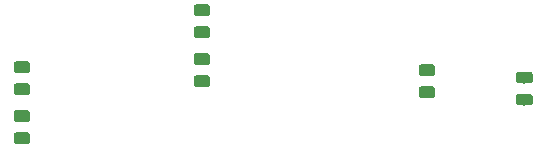
<source format=gbr>
G04 #@! TF.GenerationSoftware,KiCad,Pcbnew,5.1.4-e60b266~84~ubuntu19.04.1*
G04 #@! TF.CreationDate,2019-10-12T12:41:06-05:00*
G04 #@! TF.ProjectId,current sensor board,63757272-656e-4742-9073-656e736f7220,rev?*
G04 #@! TF.SameCoordinates,Original*
G04 #@! TF.FileFunction,Paste,Bot*
G04 #@! TF.FilePolarity,Positive*
%FSLAX46Y46*%
G04 Gerber Fmt 4.6, Leading zero omitted, Abs format (unit mm)*
G04 Created by KiCad (PCBNEW 5.1.4-e60b266~84~ubuntu19.04.1) date 2019-10-12 12:41:06*
%MOMM*%
%LPD*%
G04 APERTURE LIST*
%ADD10C,0.100000*%
%ADD11C,0.975000*%
G04 APERTURE END LIST*
D10*
G36*
X99540142Y-73252174D02*
G01*
X99563803Y-73255684D01*
X99587007Y-73261496D01*
X99609529Y-73269554D01*
X99631153Y-73279782D01*
X99651670Y-73292079D01*
X99670883Y-73306329D01*
X99688607Y-73322393D01*
X99704671Y-73340117D01*
X99718921Y-73359330D01*
X99731218Y-73379847D01*
X99741446Y-73401471D01*
X99749504Y-73423993D01*
X99755316Y-73447197D01*
X99758826Y-73470858D01*
X99760000Y-73494750D01*
X99760000Y-73982250D01*
X99758826Y-74006142D01*
X99755316Y-74029803D01*
X99749504Y-74053007D01*
X99741446Y-74075529D01*
X99731218Y-74097153D01*
X99718921Y-74117670D01*
X99704671Y-74136883D01*
X99688607Y-74154607D01*
X99670883Y-74170671D01*
X99651670Y-74184921D01*
X99631153Y-74197218D01*
X99609529Y-74207446D01*
X99587007Y-74215504D01*
X99563803Y-74221316D01*
X99540142Y-74224826D01*
X99516250Y-74226000D01*
X98603750Y-74226000D01*
X98579858Y-74224826D01*
X98556197Y-74221316D01*
X98532993Y-74215504D01*
X98510471Y-74207446D01*
X98488847Y-74197218D01*
X98468330Y-74184921D01*
X98449117Y-74170671D01*
X98431393Y-74154607D01*
X98415329Y-74136883D01*
X98401079Y-74117670D01*
X98388782Y-74097153D01*
X98378554Y-74075529D01*
X98370496Y-74053007D01*
X98364684Y-74029803D01*
X98361174Y-74006142D01*
X98360000Y-73982250D01*
X98360000Y-73494750D01*
X98361174Y-73470858D01*
X98364684Y-73447197D01*
X98370496Y-73423993D01*
X98378554Y-73401471D01*
X98388782Y-73379847D01*
X98401079Y-73359330D01*
X98415329Y-73340117D01*
X98431393Y-73322393D01*
X98449117Y-73306329D01*
X98468330Y-73292079D01*
X98488847Y-73279782D01*
X98510471Y-73269554D01*
X98532993Y-73261496D01*
X98556197Y-73255684D01*
X98579858Y-73252174D01*
X98603750Y-73251000D01*
X99516250Y-73251000D01*
X99540142Y-73252174D01*
X99540142Y-73252174D01*
G37*
D11*
X99060000Y-73738500D03*
D10*
G36*
X99540142Y-75127174D02*
G01*
X99563803Y-75130684D01*
X99587007Y-75136496D01*
X99609529Y-75144554D01*
X99631153Y-75154782D01*
X99651670Y-75167079D01*
X99670883Y-75181329D01*
X99688607Y-75197393D01*
X99704671Y-75215117D01*
X99718921Y-75234330D01*
X99731218Y-75254847D01*
X99741446Y-75276471D01*
X99749504Y-75298993D01*
X99755316Y-75322197D01*
X99758826Y-75345858D01*
X99760000Y-75369750D01*
X99760000Y-75857250D01*
X99758826Y-75881142D01*
X99755316Y-75904803D01*
X99749504Y-75928007D01*
X99741446Y-75950529D01*
X99731218Y-75972153D01*
X99718921Y-75992670D01*
X99704671Y-76011883D01*
X99688607Y-76029607D01*
X99670883Y-76045671D01*
X99651670Y-76059921D01*
X99631153Y-76072218D01*
X99609529Y-76082446D01*
X99587007Y-76090504D01*
X99563803Y-76096316D01*
X99540142Y-76099826D01*
X99516250Y-76101000D01*
X98603750Y-76101000D01*
X98579858Y-76099826D01*
X98556197Y-76096316D01*
X98532993Y-76090504D01*
X98510471Y-76082446D01*
X98488847Y-76072218D01*
X98468330Y-76059921D01*
X98449117Y-76045671D01*
X98431393Y-76029607D01*
X98415329Y-76011883D01*
X98401079Y-75992670D01*
X98388782Y-75972153D01*
X98378554Y-75950529D01*
X98370496Y-75928007D01*
X98364684Y-75904803D01*
X98361174Y-75881142D01*
X98360000Y-75857250D01*
X98360000Y-75369750D01*
X98361174Y-75345858D01*
X98364684Y-75322197D01*
X98370496Y-75298993D01*
X98378554Y-75276471D01*
X98388782Y-75254847D01*
X98401079Y-75234330D01*
X98415329Y-75215117D01*
X98431393Y-75197393D01*
X98449117Y-75181329D01*
X98468330Y-75167079D01*
X98488847Y-75154782D01*
X98510471Y-75144554D01*
X98532993Y-75136496D01*
X98556197Y-75130684D01*
X98579858Y-75127174D01*
X98603750Y-75126000D01*
X99516250Y-75126000D01*
X99540142Y-75127174D01*
X99540142Y-75127174D01*
G37*
D11*
X99060000Y-75613500D03*
D10*
G36*
X114780142Y-70301174D02*
G01*
X114803803Y-70304684D01*
X114827007Y-70310496D01*
X114849529Y-70318554D01*
X114871153Y-70328782D01*
X114891670Y-70341079D01*
X114910883Y-70355329D01*
X114928607Y-70371393D01*
X114944671Y-70389117D01*
X114958921Y-70408330D01*
X114971218Y-70428847D01*
X114981446Y-70450471D01*
X114989504Y-70472993D01*
X114995316Y-70496197D01*
X114998826Y-70519858D01*
X115000000Y-70543750D01*
X115000000Y-71031250D01*
X114998826Y-71055142D01*
X114995316Y-71078803D01*
X114989504Y-71102007D01*
X114981446Y-71124529D01*
X114971218Y-71146153D01*
X114958921Y-71166670D01*
X114944671Y-71185883D01*
X114928607Y-71203607D01*
X114910883Y-71219671D01*
X114891670Y-71233921D01*
X114871153Y-71246218D01*
X114849529Y-71256446D01*
X114827007Y-71264504D01*
X114803803Y-71270316D01*
X114780142Y-71273826D01*
X114756250Y-71275000D01*
X113843750Y-71275000D01*
X113819858Y-71273826D01*
X113796197Y-71270316D01*
X113772993Y-71264504D01*
X113750471Y-71256446D01*
X113728847Y-71246218D01*
X113708330Y-71233921D01*
X113689117Y-71219671D01*
X113671393Y-71203607D01*
X113655329Y-71185883D01*
X113641079Y-71166670D01*
X113628782Y-71146153D01*
X113618554Y-71124529D01*
X113610496Y-71102007D01*
X113604684Y-71078803D01*
X113601174Y-71055142D01*
X113600000Y-71031250D01*
X113600000Y-70543750D01*
X113601174Y-70519858D01*
X113604684Y-70496197D01*
X113610496Y-70472993D01*
X113618554Y-70450471D01*
X113628782Y-70428847D01*
X113641079Y-70408330D01*
X113655329Y-70389117D01*
X113671393Y-70371393D01*
X113689117Y-70355329D01*
X113708330Y-70341079D01*
X113728847Y-70328782D01*
X113750471Y-70318554D01*
X113772993Y-70310496D01*
X113796197Y-70304684D01*
X113819858Y-70301174D01*
X113843750Y-70300000D01*
X114756250Y-70300000D01*
X114780142Y-70301174D01*
X114780142Y-70301174D01*
G37*
D11*
X114300000Y-70787500D03*
D10*
G36*
X114780142Y-68426174D02*
G01*
X114803803Y-68429684D01*
X114827007Y-68435496D01*
X114849529Y-68443554D01*
X114871153Y-68453782D01*
X114891670Y-68466079D01*
X114910883Y-68480329D01*
X114928607Y-68496393D01*
X114944671Y-68514117D01*
X114958921Y-68533330D01*
X114971218Y-68553847D01*
X114981446Y-68575471D01*
X114989504Y-68597993D01*
X114995316Y-68621197D01*
X114998826Y-68644858D01*
X115000000Y-68668750D01*
X115000000Y-69156250D01*
X114998826Y-69180142D01*
X114995316Y-69203803D01*
X114989504Y-69227007D01*
X114981446Y-69249529D01*
X114971218Y-69271153D01*
X114958921Y-69291670D01*
X114944671Y-69310883D01*
X114928607Y-69328607D01*
X114910883Y-69344671D01*
X114891670Y-69358921D01*
X114871153Y-69371218D01*
X114849529Y-69381446D01*
X114827007Y-69389504D01*
X114803803Y-69395316D01*
X114780142Y-69398826D01*
X114756250Y-69400000D01*
X113843750Y-69400000D01*
X113819858Y-69398826D01*
X113796197Y-69395316D01*
X113772993Y-69389504D01*
X113750471Y-69381446D01*
X113728847Y-69371218D01*
X113708330Y-69358921D01*
X113689117Y-69344671D01*
X113671393Y-69328607D01*
X113655329Y-69310883D01*
X113641079Y-69291670D01*
X113628782Y-69271153D01*
X113618554Y-69249529D01*
X113610496Y-69227007D01*
X113604684Y-69203803D01*
X113601174Y-69180142D01*
X113600000Y-69156250D01*
X113600000Y-68668750D01*
X113601174Y-68644858D01*
X113604684Y-68621197D01*
X113610496Y-68597993D01*
X113618554Y-68575471D01*
X113628782Y-68553847D01*
X113641079Y-68533330D01*
X113655329Y-68514117D01*
X113671393Y-68496393D01*
X113689117Y-68480329D01*
X113708330Y-68466079D01*
X113728847Y-68453782D01*
X113750471Y-68443554D01*
X113772993Y-68435496D01*
X113796197Y-68429684D01*
X113819858Y-68426174D01*
X113843750Y-68425000D01*
X114756250Y-68425000D01*
X114780142Y-68426174D01*
X114780142Y-68426174D01*
G37*
D11*
X114300000Y-68912500D03*
D10*
G36*
X99540142Y-79269674D02*
G01*
X99563803Y-79273184D01*
X99587007Y-79278996D01*
X99609529Y-79287054D01*
X99631153Y-79297282D01*
X99651670Y-79309579D01*
X99670883Y-79323829D01*
X99688607Y-79339893D01*
X99704671Y-79357617D01*
X99718921Y-79376830D01*
X99731218Y-79397347D01*
X99741446Y-79418971D01*
X99749504Y-79441493D01*
X99755316Y-79464697D01*
X99758826Y-79488358D01*
X99760000Y-79512250D01*
X99760000Y-79999750D01*
X99758826Y-80023642D01*
X99755316Y-80047303D01*
X99749504Y-80070507D01*
X99741446Y-80093029D01*
X99731218Y-80114653D01*
X99718921Y-80135170D01*
X99704671Y-80154383D01*
X99688607Y-80172107D01*
X99670883Y-80188171D01*
X99651670Y-80202421D01*
X99631153Y-80214718D01*
X99609529Y-80224946D01*
X99587007Y-80233004D01*
X99563803Y-80238816D01*
X99540142Y-80242326D01*
X99516250Y-80243500D01*
X98603750Y-80243500D01*
X98579858Y-80242326D01*
X98556197Y-80238816D01*
X98532993Y-80233004D01*
X98510471Y-80224946D01*
X98488847Y-80214718D01*
X98468330Y-80202421D01*
X98449117Y-80188171D01*
X98431393Y-80172107D01*
X98415329Y-80154383D01*
X98401079Y-80135170D01*
X98388782Y-80114653D01*
X98378554Y-80093029D01*
X98370496Y-80070507D01*
X98364684Y-80047303D01*
X98361174Y-80023642D01*
X98360000Y-79999750D01*
X98360000Y-79512250D01*
X98361174Y-79488358D01*
X98364684Y-79464697D01*
X98370496Y-79441493D01*
X98378554Y-79418971D01*
X98388782Y-79397347D01*
X98401079Y-79376830D01*
X98415329Y-79357617D01*
X98431393Y-79339893D01*
X98449117Y-79323829D01*
X98468330Y-79309579D01*
X98488847Y-79297282D01*
X98510471Y-79287054D01*
X98532993Y-79278996D01*
X98556197Y-79273184D01*
X98579858Y-79269674D01*
X98603750Y-79268500D01*
X99516250Y-79268500D01*
X99540142Y-79269674D01*
X99540142Y-79269674D01*
G37*
D11*
X99060000Y-79756000D03*
D10*
G36*
X99540142Y-77394674D02*
G01*
X99563803Y-77398184D01*
X99587007Y-77403996D01*
X99609529Y-77412054D01*
X99631153Y-77422282D01*
X99651670Y-77434579D01*
X99670883Y-77448829D01*
X99688607Y-77464893D01*
X99704671Y-77482617D01*
X99718921Y-77501830D01*
X99731218Y-77522347D01*
X99741446Y-77543971D01*
X99749504Y-77566493D01*
X99755316Y-77589697D01*
X99758826Y-77613358D01*
X99760000Y-77637250D01*
X99760000Y-78124750D01*
X99758826Y-78148642D01*
X99755316Y-78172303D01*
X99749504Y-78195507D01*
X99741446Y-78218029D01*
X99731218Y-78239653D01*
X99718921Y-78260170D01*
X99704671Y-78279383D01*
X99688607Y-78297107D01*
X99670883Y-78313171D01*
X99651670Y-78327421D01*
X99631153Y-78339718D01*
X99609529Y-78349946D01*
X99587007Y-78358004D01*
X99563803Y-78363816D01*
X99540142Y-78367326D01*
X99516250Y-78368500D01*
X98603750Y-78368500D01*
X98579858Y-78367326D01*
X98556197Y-78363816D01*
X98532993Y-78358004D01*
X98510471Y-78349946D01*
X98488847Y-78339718D01*
X98468330Y-78327421D01*
X98449117Y-78313171D01*
X98431393Y-78297107D01*
X98415329Y-78279383D01*
X98401079Y-78260170D01*
X98388782Y-78239653D01*
X98378554Y-78218029D01*
X98370496Y-78195507D01*
X98364684Y-78172303D01*
X98361174Y-78148642D01*
X98360000Y-78124750D01*
X98360000Y-77637250D01*
X98361174Y-77613358D01*
X98364684Y-77589697D01*
X98370496Y-77566493D01*
X98378554Y-77543971D01*
X98388782Y-77522347D01*
X98401079Y-77501830D01*
X98415329Y-77482617D01*
X98431393Y-77464893D01*
X98449117Y-77448829D01*
X98468330Y-77434579D01*
X98488847Y-77422282D01*
X98510471Y-77412054D01*
X98532993Y-77403996D01*
X98556197Y-77398184D01*
X98579858Y-77394674D01*
X98603750Y-77393500D01*
X99516250Y-77393500D01*
X99540142Y-77394674D01*
X99540142Y-77394674D01*
G37*
D11*
X99060000Y-77881000D03*
D10*
G36*
X114780142Y-72568674D02*
G01*
X114803803Y-72572184D01*
X114827007Y-72577996D01*
X114849529Y-72586054D01*
X114871153Y-72596282D01*
X114891670Y-72608579D01*
X114910883Y-72622829D01*
X114928607Y-72638893D01*
X114944671Y-72656617D01*
X114958921Y-72675830D01*
X114971218Y-72696347D01*
X114981446Y-72717971D01*
X114989504Y-72740493D01*
X114995316Y-72763697D01*
X114998826Y-72787358D01*
X115000000Y-72811250D01*
X115000000Y-73298750D01*
X114998826Y-73322642D01*
X114995316Y-73346303D01*
X114989504Y-73369507D01*
X114981446Y-73392029D01*
X114971218Y-73413653D01*
X114958921Y-73434170D01*
X114944671Y-73453383D01*
X114928607Y-73471107D01*
X114910883Y-73487171D01*
X114891670Y-73501421D01*
X114871153Y-73513718D01*
X114849529Y-73523946D01*
X114827007Y-73532004D01*
X114803803Y-73537816D01*
X114780142Y-73541326D01*
X114756250Y-73542500D01*
X113843750Y-73542500D01*
X113819858Y-73541326D01*
X113796197Y-73537816D01*
X113772993Y-73532004D01*
X113750471Y-73523946D01*
X113728847Y-73513718D01*
X113708330Y-73501421D01*
X113689117Y-73487171D01*
X113671393Y-73471107D01*
X113655329Y-73453383D01*
X113641079Y-73434170D01*
X113628782Y-73413653D01*
X113618554Y-73392029D01*
X113610496Y-73369507D01*
X113604684Y-73346303D01*
X113601174Y-73322642D01*
X113600000Y-73298750D01*
X113600000Y-72811250D01*
X113601174Y-72787358D01*
X113604684Y-72763697D01*
X113610496Y-72740493D01*
X113618554Y-72717971D01*
X113628782Y-72696347D01*
X113641079Y-72675830D01*
X113655329Y-72656617D01*
X113671393Y-72638893D01*
X113689117Y-72622829D01*
X113708330Y-72608579D01*
X113728847Y-72596282D01*
X113750471Y-72586054D01*
X113772993Y-72577996D01*
X113796197Y-72572184D01*
X113819858Y-72568674D01*
X113843750Y-72567500D01*
X114756250Y-72567500D01*
X114780142Y-72568674D01*
X114780142Y-72568674D01*
G37*
D11*
X114300000Y-73055000D03*
D10*
G36*
X114780142Y-74443674D02*
G01*
X114803803Y-74447184D01*
X114827007Y-74452996D01*
X114849529Y-74461054D01*
X114871153Y-74471282D01*
X114891670Y-74483579D01*
X114910883Y-74497829D01*
X114928607Y-74513893D01*
X114944671Y-74531617D01*
X114958921Y-74550830D01*
X114971218Y-74571347D01*
X114981446Y-74592971D01*
X114989504Y-74615493D01*
X114995316Y-74638697D01*
X114998826Y-74662358D01*
X115000000Y-74686250D01*
X115000000Y-75173750D01*
X114998826Y-75197642D01*
X114995316Y-75221303D01*
X114989504Y-75244507D01*
X114981446Y-75267029D01*
X114971218Y-75288653D01*
X114958921Y-75309170D01*
X114944671Y-75328383D01*
X114928607Y-75346107D01*
X114910883Y-75362171D01*
X114891670Y-75376421D01*
X114871153Y-75388718D01*
X114849529Y-75398946D01*
X114827007Y-75407004D01*
X114803803Y-75412816D01*
X114780142Y-75416326D01*
X114756250Y-75417500D01*
X113843750Y-75417500D01*
X113819858Y-75416326D01*
X113796197Y-75412816D01*
X113772993Y-75407004D01*
X113750471Y-75398946D01*
X113728847Y-75388718D01*
X113708330Y-75376421D01*
X113689117Y-75362171D01*
X113671393Y-75346107D01*
X113655329Y-75328383D01*
X113641079Y-75309170D01*
X113628782Y-75288653D01*
X113618554Y-75267029D01*
X113610496Y-75244507D01*
X113604684Y-75221303D01*
X113601174Y-75197642D01*
X113600000Y-75173750D01*
X113600000Y-74686250D01*
X113601174Y-74662358D01*
X113604684Y-74638697D01*
X113610496Y-74615493D01*
X113618554Y-74592971D01*
X113628782Y-74571347D01*
X113641079Y-74550830D01*
X113655329Y-74531617D01*
X113671393Y-74513893D01*
X113689117Y-74497829D01*
X113708330Y-74483579D01*
X113728847Y-74471282D01*
X113750471Y-74461054D01*
X113772993Y-74452996D01*
X113796197Y-74447184D01*
X113819858Y-74443674D01*
X113843750Y-74442500D01*
X114756250Y-74442500D01*
X114780142Y-74443674D01*
X114780142Y-74443674D01*
G37*
D11*
X114300000Y-74930000D03*
D10*
G36*
X142085142Y-74141174D02*
G01*
X142108803Y-74144684D01*
X142132007Y-74150496D01*
X142154529Y-74158554D01*
X142176153Y-74168782D01*
X142196670Y-74181079D01*
X142215883Y-74195329D01*
X142233607Y-74211393D01*
X142249671Y-74229117D01*
X142263921Y-74248330D01*
X142276218Y-74268847D01*
X142286446Y-74290471D01*
X142294504Y-74312993D01*
X142300316Y-74336197D01*
X142303826Y-74359858D01*
X142305000Y-74383750D01*
X142305000Y-74871250D01*
X142303826Y-74895142D01*
X142300316Y-74918803D01*
X142294504Y-74942007D01*
X142286446Y-74964529D01*
X142276218Y-74986153D01*
X142263921Y-75006670D01*
X142249671Y-75025883D01*
X142233607Y-75043607D01*
X142215883Y-75059671D01*
X142196670Y-75073921D01*
X142176153Y-75086218D01*
X142154529Y-75096446D01*
X142132007Y-75104504D01*
X142108803Y-75110316D01*
X142085142Y-75113826D01*
X142061250Y-75115000D01*
X141148750Y-75115000D01*
X141124858Y-75113826D01*
X141101197Y-75110316D01*
X141077993Y-75104504D01*
X141055471Y-75096446D01*
X141033847Y-75086218D01*
X141013330Y-75073921D01*
X140994117Y-75059671D01*
X140976393Y-75043607D01*
X140960329Y-75025883D01*
X140946079Y-75006670D01*
X140933782Y-74986153D01*
X140923554Y-74964529D01*
X140915496Y-74942007D01*
X140909684Y-74918803D01*
X140906174Y-74895142D01*
X140905000Y-74871250D01*
X140905000Y-74383750D01*
X140906174Y-74359858D01*
X140909684Y-74336197D01*
X140915496Y-74312993D01*
X140923554Y-74290471D01*
X140933782Y-74268847D01*
X140946079Y-74248330D01*
X140960329Y-74229117D01*
X140976393Y-74211393D01*
X140994117Y-74195329D01*
X141013330Y-74181079D01*
X141033847Y-74168782D01*
X141055471Y-74158554D01*
X141077993Y-74150496D01*
X141101197Y-74144684D01*
X141124858Y-74141174D01*
X141148750Y-74140000D01*
X142061250Y-74140000D01*
X142085142Y-74141174D01*
X142085142Y-74141174D01*
G37*
D11*
X141605000Y-74627500D03*
D10*
G36*
X142085142Y-76016174D02*
G01*
X142108803Y-76019684D01*
X142132007Y-76025496D01*
X142154529Y-76033554D01*
X142176153Y-76043782D01*
X142196670Y-76056079D01*
X142215883Y-76070329D01*
X142233607Y-76086393D01*
X142249671Y-76104117D01*
X142263921Y-76123330D01*
X142276218Y-76143847D01*
X142286446Y-76165471D01*
X142294504Y-76187993D01*
X142300316Y-76211197D01*
X142303826Y-76234858D01*
X142305000Y-76258750D01*
X142305000Y-76746250D01*
X142303826Y-76770142D01*
X142300316Y-76793803D01*
X142294504Y-76817007D01*
X142286446Y-76839529D01*
X142276218Y-76861153D01*
X142263921Y-76881670D01*
X142249671Y-76900883D01*
X142233607Y-76918607D01*
X142215883Y-76934671D01*
X142196670Y-76948921D01*
X142176153Y-76961218D01*
X142154529Y-76971446D01*
X142132007Y-76979504D01*
X142108803Y-76985316D01*
X142085142Y-76988826D01*
X142061250Y-76990000D01*
X141148750Y-76990000D01*
X141124858Y-76988826D01*
X141101197Y-76985316D01*
X141077993Y-76979504D01*
X141055471Y-76971446D01*
X141033847Y-76961218D01*
X141013330Y-76948921D01*
X140994117Y-76934671D01*
X140976393Y-76918607D01*
X140960329Y-76900883D01*
X140946079Y-76881670D01*
X140933782Y-76861153D01*
X140923554Y-76839529D01*
X140915496Y-76817007D01*
X140909684Y-76793803D01*
X140906174Y-76770142D01*
X140905000Y-76746250D01*
X140905000Y-76258750D01*
X140906174Y-76234858D01*
X140909684Y-76211197D01*
X140915496Y-76187993D01*
X140923554Y-76165471D01*
X140933782Y-76143847D01*
X140946079Y-76123330D01*
X140960329Y-76104117D01*
X140976393Y-76086393D01*
X140994117Y-76070329D01*
X141013330Y-76056079D01*
X141033847Y-76043782D01*
X141055471Y-76033554D01*
X141077993Y-76025496D01*
X141101197Y-76019684D01*
X141124858Y-76016174D01*
X141148750Y-76015000D01*
X142061250Y-76015000D01*
X142085142Y-76016174D01*
X142085142Y-76016174D01*
G37*
D11*
X141605000Y-76502500D03*
D10*
G36*
X133830142Y-75381174D02*
G01*
X133853803Y-75384684D01*
X133877007Y-75390496D01*
X133899529Y-75398554D01*
X133921153Y-75408782D01*
X133941670Y-75421079D01*
X133960883Y-75435329D01*
X133978607Y-75451393D01*
X133994671Y-75469117D01*
X134008921Y-75488330D01*
X134021218Y-75508847D01*
X134031446Y-75530471D01*
X134039504Y-75552993D01*
X134045316Y-75576197D01*
X134048826Y-75599858D01*
X134050000Y-75623750D01*
X134050000Y-76111250D01*
X134048826Y-76135142D01*
X134045316Y-76158803D01*
X134039504Y-76182007D01*
X134031446Y-76204529D01*
X134021218Y-76226153D01*
X134008921Y-76246670D01*
X133994671Y-76265883D01*
X133978607Y-76283607D01*
X133960883Y-76299671D01*
X133941670Y-76313921D01*
X133921153Y-76326218D01*
X133899529Y-76336446D01*
X133877007Y-76344504D01*
X133853803Y-76350316D01*
X133830142Y-76353826D01*
X133806250Y-76355000D01*
X132893750Y-76355000D01*
X132869858Y-76353826D01*
X132846197Y-76350316D01*
X132822993Y-76344504D01*
X132800471Y-76336446D01*
X132778847Y-76326218D01*
X132758330Y-76313921D01*
X132739117Y-76299671D01*
X132721393Y-76283607D01*
X132705329Y-76265883D01*
X132691079Y-76246670D01*
X132678782Y-76226153D01*
X132668554Y-76204529D01*
X132660496Y-76182007D01*
X132654684Y-76158803D01*
X132651174Y-76135142D01*
X132650000Y-76111250D01*
X132650000Y-75623750D01*
X132651174Y-75599858D01*
X132654684Y-75576197D01*
X132660496Y-75552993D01*
X132668554Y-75530471D01*
X132678782Y-75508847D01*
X132691079Y-75488330D01*
X132705329Y-75469117D01*
X132721393Y-75451393D01*
X132739117Y-75435329D01*
X132758330Y-75421079D01*
X132778847Y-75408782D01*
X132800471Y-75398554D01*
X132822993Y-75390496D01*
X132846197Y-75384684D01*
X132869858Y-75381174D01*
X132893750Y-75380000D01*
X133806250Y-75380000D01*
X133830142Y-75381174D01*
X133830142Y-75381174D01*
G37*
D11*
X133350000Y-75867500D03*
D10*
G36*
X133830142Y-73506174D02*
G01*
X133853803Y-73509684D01*
X133877007Y-73515496D01*
X133899529Y-73523554D01*
X133921153Y-73533782D01*
X133941670Y-73546079D01*
X133960883Y-73560329D01*
X133978607Y-73576393D01*
X133994671Y-73594117D01*
X134008921Y-73613330D01*
X134021218Y-73633847D01*
X134031446Y-73655471D01*
X134039504Y-73677993D01*
X134045316Y-73701197D01*
X134048826Y-73724858D01*
X134050000Y-73748750D01*
X134050000Y-74236250D01*
X134048826Y-74260142D01*
X134045316Y-74283803D01*
X134039504Y-74307007D01*
X134031446Y-74329529D01*
X134021218Y-74351153D01*
X134008921Y-74371670D01*
X133994671Y-74390883D01*
X133978607Y-74408607D01*
X133960883Y-74424671D01*
X133941670Y-74438921D01*
X133921153Y-74451218D01*
X133899529Y-74461446D01*
X133877007Y-74469504D01*
X133853803Y-74475316D01*
X133830142Y-74478826D01*
X133806250Y-74480000D01*
X132893750Y-74480000D01*
X132869858Y-74478826D01*
X132846197Y-74475316D01*
X132822993Y-74469504D01*
X132800471Y-74461446D01*
X132778847Y-74451218D01*
X132758330Y-74438921D01*
X132739117Y-74424671D01*
X132721393Y-74408607D01*
X132705329Y-74390883D01*
X132691079Y-74371670D01*
X132678782Y-74351153D01*
X132668554Y-74329529D01*
X132660496Y-74307007D01*
X132654684Y-74283803D01*
X132651174Y-74260142D01*
X132650000Y-74236250D01*
X132650000Y-73748750D01*
X132651174Y-73724858D01*
X132654684Y-73701197D01*
X132660496Y-73677993D01*
X132668554Y-73655471D01*
X132678782Y-73633847D01*
X132691079Y-73613330D01*
X132705329Y-73594117D01*
X132721393Y-73576393D01*
X132739117Y-73560329D01*
X132758330Y-73546079D01*
X132778847Y-73533782D01*
X132800471Y-73523554D01*
X132822993Y-73515496D01*
X132846197Y-73509684D01*
X132869858Y-73506174D01*
X132893750Y-73505000D01*
X133806250Y-73505000D01*
X133830142Y-73506174D01*
X133830142Y-73506174D01*
G37*
D11*
X133350000Y-73992500D03*
M02*

</source>
